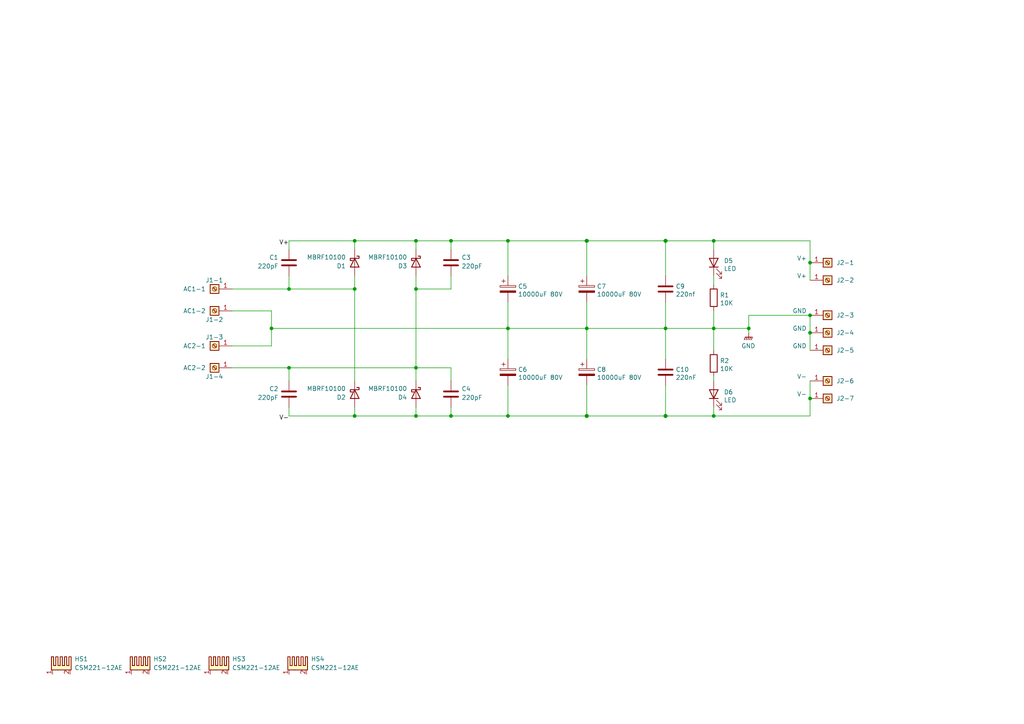
<source format=kicad_sch>
(kicad_sch (version 20231120) (generator "eeschema") (generator_version "8.0")
  (paper "A4")
  (title_block (title "Q17 mono Power Supply Universal") (date "2024-08-08") (rev "1.0.1") (company "by stef"))
  (lib_symbols
    (symbol "Connector:Screw_Terminal_01x01" (pin_names (offset 1.016) hide)
      (property "Reference" "J" (at 0 2.54 0))
      (property "Value" "Screw_Terminal_01x01" (at 0 -2.54 0))
      (symbol "Screw_Terminal_01x01_1_1"
        (rectangle (start -1.27 1.27) (end 1.27 -1.27) (stroke (width 0.254)) (fill (type background)))
        (polyline (pts (xy -0.5334 0.3302) (xy 0.3302 -0.508)) (stroke (width 0.1524)))
        (polyline (pts (xy -0.3556 0.508) (xy 0.508 -0.3302)) (stroke (width 0.1524)))
        (circle (center 0 0) (radius 0.635) (stroke (width 0.1524)))
        (pin passive line (at -5.08 0 0) (length 3.81) (name "Pin_1") (number "1"))
      )
    )
    (symbol "Device:C" (pin_numbers hide) (pin_names (offset 0.254))
      (property "Reference" "C" (at 0.635 2.54 0))
      (property "Value" "C" (at 0.635 -2.54 0))
      (symbol "C_0_1"
        (polyline (pts (xy -2.032 -0.762) (xy 2.032 -0.762)) (stroke (width 0.508)))
        (polyline (pts (xy -2.032 0.762) (xy 2.032 0.762)) (stroke (width 0.508)))
      )
      (symbol "C_1_1"
        (pin passive line (at 0 3.81 270) (length 2.794) (name "~") (number "1"))
        (pin passive line (at 0 -3.81 90) (length 2.794) (name "~") (number "2"))
      )
    )
    (symbol "Device:C_Polarized" (pin_numbers hide) (pin_names (offset 0.254))
      (property "Reference" "C" (at 0.635 2.54 0))
      (property "Value" "C_Polarized" (at 0.635 -2.54 0))
      (symbol "C_Polarized_0_1"
        (rectangle (start -2.286 0.508) (end 2.286 1.016))
        (polyline (pts (xy -1.778 2.286) (xy -0.762 2.286)))
        (polyline (pts (xy -1.27 2.794) (xy -1.27 1.778)))
        (rectangle (start 2.286 -0.508) (end -2.286 -1.016) (fill (type outline)))
      )
      (symbol "C_Polarized_1_1"
        (pin passive line (at 0 3.81 270) (length 2.794) (name "~") (number "1"))
        (pin passive line (at 0 -3.81 90) (length 2.794) (name "~") (number "2"))
      )
    )
    (symbol "Device:LED" (pin_numbers hide) (pin_names (offset 1.016) hide)
      (property "Reference" "D" (at 0 2.54 0))
      (property "Value" "LED" (at 0 -2.54 0))
      (symbol "LED_0_1"
        (polyline (pts (xy -1.27 -1.27) (xy -1.27 1.27)) (stroke (width 0.254)))
        (polyline (pts (xy -1.27 0) (xy 1.27 0)))
        (polyline (pts (xy 1.27 -1.27) (xy 1.27 1.27) (xy -1.27 0) (xy 1.27 -1.27)) (stroke (width 0.254)))
        (polyline (pts (xy -3.048 -0.762) (xy -4.572 -2.286) (xy -3.81 -2.286) (xy -4.572 -2.286) (xy -4.572 -1.524)))
        (polyline (pts (xy -1.778 -0.762) (xy -3.302 -2.286) (xy -2.54 -2.286) (xy -3.302 -2.286) (xy -3.302 -1.524)))
      )
      (symbol "LED_1_1"
        (pin passive line (at -3.81 0 0) (length 2.54) (name "K") (number "1"))
        (pin passive line (at 3.81 0 180) (length 2.54) (name "A") (number "2"))
      )
    )
    (symbol "Device:R" (pin_numbers hide) (pin_names (offset 0))
      (property "Reference" "R" (at 2.032 0 90))
      (property "Value" "R" (at 0 0 90))
      (symbol "R_0_1"
        (rectangle (start -1.016 -2.54) (end 1.016 2.54) (stroke (width 0.254)))
      )
      (symbol "R_1_1"
        (pin passive line (at 0 3.81 270) (length 1.27) (name "~") (number "1"))
        (pin passive line (at 0 -3.81 90) (length 1.27) (name "~") (number "2"))
      )
    )
    (symbol "MBR735_1" (pin_numbers hide) (pin_names (offset 1.016) hide)
      (property "Reference" "D" (at 0 2.54 0))
      (property "Value" "MBR735" (at 0 -2.54 0))
      (symbol "MBR735_1_0_1"
        (polyline (pts (xy 1.27 0) (xy -1.27 0)))
        (polyline (pts (xy 1.27 1.27) (xy 1.27 -1.27) (xy -1.27 0) (xy 1.27 1.27)) (stroke (width 0.254)))
        (polyline (pts (xy -1.905 0.635) (xy -1.905 1.27) (xy -1.27 1.27) (xy -1.27 -1.27) (xy -0.635 -1.27) (xy -0.635 -0.635)) (stroke (width 0.254)))
      )
      (symbol "MBR735_1_1_1"
        (pin passive line (at -3.81 0 0) (length 2.54) (name "K") (number "1"))
        (pin passive line (at 3.81 0 180) (length 2.54) (name "A") (number "2"))
      )
    )
    (symbol "MBR735_2" (pin_numbers hide) (pin_names (offset 1.016) hide)
      (property "Reference" "D" (at 0 2.54 0))
      (property "Value" "MBR735" (at 0 -2.54 0))
      (symbol "MBR735_2_0_1"
        (polyline (pts (xy 1.27 0) (xy -1.27 0)))
        (polyline (pts (xy 1.27 1.27) (xy 1.27 -1.27) (xy -1.27 0) (xy 1.27 1.27)) (stroke (width 0.254)))
        (polyline (pts (xy -1.905 0.635) (xy -1.905 1.27) (xy -1.27 1.27) (xy -1.27 -1.27) (xy -0.635 -1.27) (xy -0.635 -0.635)) (stroke (width 0.254)))
      )
      (symbol "MBR735_2_1_1"
        (pin passive line (at -3.81 0 0) (length 2.54) (name "K") (number "1"))
        (pin passive line (at 3.81 0 180) (length 2.54) (name "A") (number "2"))
      )
    )
    (symbol "Mechanical:Heatsink_Pad_2Pin" (pin_names (offset 0)) (exclude_from_sim yes)
      (property "Reference" "HS" (at 0 5.715 0))
      (property "Value" "Heatsink_Pad_2Pin" (at 0 3.81 0))
      (symbol "Heatsink_Pad_2Pin_0_1"
        (polyline (pts (xy -0.3302 0) (xy -0.9652 0) (xy -0.9652 2.54) (xy -1.6002 2.54) (xy -1.6002 0) (xy -2.2352 0) (xy -2.2352 2.54) (xy -2.8702 2.54) (xy -2.8702 -1.27) (xy -0.9652 -1.27)) (stroke (width 0.254)) (fill (type background)))
        (polyline (pts (xy -0.3302 0) (xy -0.3302 2.54) (xy 0.3048 2.54) (xy 0.3048 0) (xy 0.9398 0) (xy 0.9398 2.54) (xy 1.5748 2.54) (xy 1.5748 0) (xy 2.2098 0) (xy 2.2098 2.54) (xy 2.8448 2.54) (xy 2.8448 -1.27) (xy -0.9652 -1.27)) (stroke (width 0.254)) (fill (type background)))
      )
      (symbol "Heatsink_Pad_2Pin_1_1"
        (pin passive line (at -2.54 -2.54 90) (length 1.27) (name "~") (number "1"))
        (pin passive line (at 2.54 -2.54 90) (length 1.27) (name "~") (number "2"))
      )
    )
    (symbol "power:GNDPWR" (power) (pin_names (offset 0))
      (property "Value" "GNDPWR" (at 0 -3.302 0))
      (symbol "GNDPWR_0_1"
        (polyline (pts (xy 0 -1.27) (xy 0 0)))
        (polyline (pts (xy -1.016 -1.27) (xy -1.27 -2.032) (xy -1.27 -2.032)) (stroke (width 0.2032)))
        (polyline (pts (xy -0.508 -1.27) (xy -0.762 -2.032) (xy -0.762 -2.032)) (stroke (width 0.2032)))
        (polyline (pts (xy 0 -1.27) (xy -0.254 -2.032) (xy -0.254 -2.032)) (stroke (width 0.2032)))
        (polyline (pts (xy 0.508 -1.27) (xy 0.254 -2.032) (xy 0.254 -2.032)) (stroke (width 0.2032)))
        (polyline (pts (xy 1.016 -1.27) (xy -1.016 -1.27) (xy -1.016 -1.27)) (stroke (width 0.2032)))
        (polyline (pts (xy 1.016 -1.27) (xy 0.762 -2.032) (xy 0.762 -2.032) (xy 0.762 -2.032)) (stroke (width 0.2032)))
      )
      (symbol "GNDPWR_1_1"
        (pin power_in line (at 0 0 270) (length 0) hide (name "GNDPWR") (number "1"))
      )
    )
  )
  (junction (at 193.04 95.25))
  (junction (at 147.32 95.25))
  (junction (at 234.95 96.52))
  (junction (at 120.65 83.82))
  (junction (at 78.74 95.25))
  (junction (at 147.32 120.65))
  (junction (at 207.01 69.85))
  (junction (at 193.04 120.65) (diameter 1.016))
  (junction (at 102.87 83.82))
  (junction (at 83.82 83.82))
  (junction (at 120.65 69.85))
  (junction (at 234.95 91.44))
  (junction (at 207.01 95.25))
  (junction (at 170.18 120.65) (diameter 1.016))
  (junction (at 120.65 120.65))
  (junction (at 217.17 95.25))
  (junction (at 170.18 69.85) (diameter 1.016))
  (junction (at 193.04 69.85) (diameter 1.016))
  (junction (at 83.82 106.68))
  (junction (at 170.18 95.25))
  (junction (at 120.65 106.68))
  (junction (at 102.87 69.85))
  (junction (at 102.87 120.65))
  (junction (at 130.81 120.65))
  (junction (at 147.32 69.85))
  (junction (at 234.95 76.2))
  (junction (at 234.95 115.57))
  (junction (at 207.01 120.65))
  (junction (at 130.81 69.85))
  (wire (pts (xy 102.87 83.82) (xy 102.87 110.49)))
  (wire (pts (xy 120.65 120.65) (xy 130.81 120.65)))
  (wire (pts (xy 217.17 91.44) (xy 234.95 91.44)))
  (wire (pts (xy 83.82 83.82) (xy 102.87 83.82)))
  (wire (pts (xy 130.81 69.85) (xy 147.32 69.85)))
  (wire (pts (xy 147.32 95.25) (xy 147.32 104.14)))
  (wire (pts (xy 83.82 72.39) (xy 83.82 69.85)))
  (wire (pts (xy 147.32 87.63) (xy 147.32 95.25)))
  (wire (pts (xy 120.65 69.85) (xy 120.65 72.39)))
  (wire (pts (xy 234.95 76.2) (xy 234.95 81.28)))
  (wire (pts (xy 193.04 69.85) (xy 193.04 80.01)))
  (wire (pts (xy 130.81 83.82) (xy 120.65 83.82)))
  (wire (pts (xy 67.31 106.68) (xy 83.82 106.68)))
  (wire (pts (xy 170.18 95.25) (xy 170.18 104.14)))
  (wire (pts (xy 130.81 80.01) (xy 130.81 83.82)))
  (wire (pts (xy 234.95 115.57) (xy 234.95 120.65)))
  (wire (pts (xy 120.65 83.82) (xy 120.65 106.68)))
  (wire (pts (xy 102.87 69.85) (xy 102.87 72.39)))
  (wire (pts (xy 78.74 90.17) (xy 78.74 95.25)))
  (wire (pts (xy 130.81 106.68) (xy 120.65 106.68)))
  (wire (pts (xy 234.95 120.65) (xy 207.01 120.65)))
  (wire (pts (xy 78.74 90.17) (xy 67.31 90.17)))
  (wire (pts (xy 102.87 69.85) (xy 120.65 69.85)))
  (wire (pts (xy 83.82 118.11) (xy 83.82 120.65)))
  (wire (pts (xy 207.01 109.22) (xy 207.01 110.49)))
  (wire (pts (xy 234.95 110.49) (xy 234.95 115.57)))
  (wire (pts (xy 207.01 80.01) (xy 207.01 82.55)))
  (wire (pts (xy 78.74 95.25) (xy 147.32 95.25)))
  (wire (pts (xy 170.18 87.63) (xy 170.18 95.25)))
  (wire (pts (xy 207.01 95.25) (xy 207.01 101.6)))
  (wire (pts (xy 83.82 80.01) (xy 83.82 83.82)))
  (wire (pts (xy 207.01 69.85) (xy 207.01 72.39)))
  (wire (pts (xy 193.04 95.25) (xy 193.04 104.14)))
  (wire (pts (xy 217.17 91.44) (xy 217.17 95.25)))
  (wire (pts (xy 130.81 110.49) (xy 130.81 106.68)))
  (wire (pts (xy 170.18 111.76) (xy 170.18 120.65)))
  (wire (pts (xy 78.74 100.33) (xy 67.31 100.33)))
  (wire (pts (xy 120.65 118.11) (xy 120.65 120.65)))
  (wire (pts (xy 207.01 95.25) (xy 217.17 95.25)))
  (wire (pts (xy 120.65 80.01) (xy 120.65 83.82)))
  (wire (pts (xy 234.95 91.44) (xy 234.95 96.52)))
  (wire (pts (xy 83.82 69.85) (xy 102.87 69.85)))
  (wire (pts (xy 78.74 95.25) (xy 78.74 100.33)))
  (wire (pts (xy 102.87 80.01) (xy 102.87 83.82)))
  (wire (pts (xy 83.82 106.68) (xy 83.82 110.49)))
  (wire (pts (xy 83.82 106.68) (xy 120.65 106.68)))
  (wire (pts (xy 102.87 118.11) (xy 102.87 120.65)))
  (wire (pts (xy 147.32 69.85) (xy 170.18 69.85)))
  (wire (pts (xy 170.18 69.85) (xy 193.04 69.85)))
  (wire (pts (xy 83.82 83.82) (xy 67.31 83.82)))
  (wire (pts (xy 207.01 90.17) (xy 207.01 95.25)))
  (wire (pts (xy 130.81 118.11) (xy 130.81 120.65)))
  (wire (pts (xy 102.87 120.65) (xy 120.65 120.65)))
  (wire (pts (xy 83.82 120.65) (xy 102.87 120.65)))
  (wire (pts (xy 234.95 96.52) (xy 234.95 101.6)))
  (wire (pts (xy 120.65 69.85) (xy 130.81 69.85)))
  (wire (pts (xy 217.17 95.25) (xy 217.17 96.52)))
  (wire (pts (xy 147.32 69.85) (xy 147.32 80.01)))
  (wire (pts (xy 193.04 87.63) (xy 193.04 95.25)))
  (wire (pts (xy 207.01 69.85) (xy 234.95 69.85)))
  (wire (pts (xy 193.04 111.76) (xy 193.04 120.65)))
  (wire (pts (xy 130.81 69.85) (xy 130.81 72.39)))
  (wire (pts (xy 147.32 111.76) (xy 147.32 120.65)))
  (wire (pts (xy 234.95 69.85) (xy 234.95 76.2)))
  (wire (pts (xy 130.81 120.65) (xy 147.32 120.65)))
  (wire (pts (xy 193.04 69.85) (xy 207.01 69.85)))
  (wire (pts (xy 147.32 95.25) (xy 170.18 95.25)))
  (wire (pts (xy 170.18 95.25) (xy 193.04 95.25)))
  (wire (pts (xy 193.04 95.25) (xy 207.01 95.25)))
  (wire (pts (xy 147.32 120.65) (xy 170.18 120.65)))
  (wire (pts (xy 170.18 120.65) (xy 193.04 120.65)))
  (wire (pts (xy 193.04 120.65) (xy 207.01 120.65)))
  (wire (pts (xy 207.01 120.65) (xy 207.01 118.11)))
  (wire (pts (xy 170.18 69.85) (xy 170.18 80.01)))
  (wire (pts (xy 120.65 106.68) (xy 120.65 110.49)))
  (label "V-" (at 83.82 120.65 180))
  (label "V+" (at 83.82 69.85 180))
  (symbol (lib_name "MBR735_2") (lib_id "Diode:MBR735") (at 102.87 114.3 270) (unit 1)
    (property "Reference" "D2" (at 100.33 115.2526 90) (effects (justify right)))
    (property "Value" "MBRF10100" (at 100.33 112.7126 90) (effects (justify right)))
    (property "Footprint" "Package_TO_SOT_THT:TO-220-2_Vertical" (effects (hide yes)))
    (property "Datasheet" "https://www.vishay.com/doc?89320" (effects (hide yes)))
    (property "Description" "Schottky Diode 100V 10A" (effects (hide yes)))
    (property "Part#" "MBRF10100-M3/4W" (effects (hide yes)))
    (property "Mouser" "78-MBRF10100-M34W" (effects (hide yes)))
  )
  (symbol (lib_id "Connector:Screw_Terminal_01x01") (at 62.23 106.68 180) (unit 1)
    (property "Reference" "J1-4" (at 64.77 109.22 0) (effects (justify left)))
    (property "Value" "AC2-2" (at 59.69 106.68 0) (effects (justify left)))
    (property "Footprint" "Q17_Library:Faston_Connector_63849-1_TEC" (effects (hide yes)))
    (property "Datasheet" "https://www.te.com/commerce/DocumentDelivery/DDEController?Action=srchrtrv&DocNm=63824&DocType=Customer+Drawing&DocLang=English&PartCntxt=63824-1&DocFormat=pdf" (effects (hide yes)))
    (property "Part#" "TE Connectivity 63849-1" (effects (hide yes)))
    (property "Mouser" "571-638241" (effects (hide yes)))
  )
  (symbol (lib_id "Device:C_Polarized") (at 147.32 107.95 0) (unit 1)
    (property "Reference" "C6" (at 150.2411 107.1891 0) (effects (justify left)))
    (property "Value" "10000uF 80V" (at 150.2411 109.4878 0) (effects (justify left)))
    (property "Footprint" "Capacitor_THT:CP_Radial_D35.0mm_P10.00mm_SnapIn" (effects (hide yes)))
    (property "Datasheet" "https://www.cde.com/resources/catalogs/380-382.pdf" (effects (hide yes)))
    (property "Part#" "380LX103M080A052" (effects (hide yes)))
    (property "Mouser" "598-380LX103M080A052" (effects (hide yes)))
  )
  (symbol (lib_id "Device:C_Polarized") (at 147.32 83.82 0) (unit 1)
    (property "Reference" "C5" (at 150.2411 83.0591 0) (effects (justify left)))
    (property "Value" "10000uF 80V" (at 150.2411 85.3578 0) (effects (justify left)))
    (property "Footprint" "Capacitor_THT:CP_Radial_D35.0mm_P10.00mm_SnapIn" (effects (hide yes)))
    (property "Datasheet" "https://www.cde.com/resources/catalogs/380-382.pdf" (effects (hide yes)))
    (property "Part#" "380LX103M080A052" (effects (hide yes)))
    (property "Mouser" "598-380LX103M080A052" (effects (hide yes)))
  )
  (symbol (lib_id "Device:C") (at 130.81 76.2 0) (unit 1)
    (property "Reference" "C3" (at 133.858 74.676 0) (effects (justify left)))
    (property "Value" "220pF" (at 133.858 77.216 0) (effects (justify left)))
    (property "Footprint" "Capacitor_THT:C_Disc_D6.0mm_W4.4mm_P5.00mm" (effects (hide yes)))
    (property "Datasheet" "https://product.tdk.com/system/files/dam/doc/product/capacitor/ceramic/lead-mlcc/catalog/leadmlcc_halogenfree_fg_en.pdf?ref_disty=mouser" (effects (hide yes)))
    (property "Description" "Multilayer Ceramic Capacitors MLCC" (effects (hide yes)))
    (property "Part#" "FG28C0G2A221JNT06" (effects (hide yes)))
    (property "Mouser" "810-FG28C0G2A221JNT6" (effects (hide yes)))
  )
  (symbol (lib_id "Connector:Screw_Terminal_01x01") (at 240.03 91.44 0) (unit 1)
    (property "Reference" "J2-3" (at 242.57 91.44 0) (effects (justify left)))
    (property "Value" "GND" (at 229.87 90.17 0) (effects (justify left)))
    (property "Footprint" "Q17_Library:Faston_Connector_63849-1_TEC" (effects (hide yes)))
    (property "Datasheet" "https://www.te.com/commerce/DocumentDelivery/DDEController?Action=srchrtrv&DocNm=63824&DocType=Customer+Drawing&DocLang=English&PartCntxt=63824-1&DocFormat=pdf" (effects (hide yes)))
    (property "Part#" "TE Connectivity 63849-1" (effects (hide yes)))
    (property "Mouser" "571-638241" (effects (hide yes)))
  )
  (symbol (lib_id "Connector:Screw_Terminal_01x01") (at 240.03 81.28 0) (unit 1)
    (property "Reference" "J2-2" (at 242.57 81.28 0) (effects (justify left)))
    (property "Value" "V+" (at 231.14 80.01 0) (effects (justify left)))
    (property "Footprint" "Q17_Library:Faston_Connector_63849-1_TEC" (effects (hide yes)))
    (property "Datasheet" "https://www.te.com/commerce/DocumentDelivery/DDEController?Action=srchrtrv&DocNm=63824&DocType=Customer+Drawing&DocLang=English&PartCntxt=63824-1&DocFormat=pdf" (effects (hide yes)))
    (property "Part#" "TE Connectivity 63849-1" (effects (hide yes)))
    (property "Mouser" "571-638241" (effects (hide yes)))
  )
  (symbol (lib_id "Mechanical:Heatsink_Pad_2Pin") (at 40.64 193.04 0) (unit 1) (exclude_from_sim yes)
    (property "Reference" "HS2" (at 44.45 191.1349 0) (effects (justify left)))
    (property "Value" "CSM221-12AE" (at 44.45 193.6749 0) (effects (justify left)))
    (property "Footprint" "USER_LIB:CSM22112AE" (effects (hide yes)))
    (property "Datasheet" "https://www.mouser.fr/datasheet/2/303/sink_csm-3082596.pdf" (effects (hide yes)))
    (property "Description" "Board Mount Heat Sink For TO-220 Devices" (effects (hide yes)))
    (property "Part#" "CSM221-12AE" (effects (hide yes)))
    (property "Mouser" "588-CSM221-12AE" (effects (hide yes)))
  )
  (symbol (lib_id "Device:R") (at 207.01 105.41 0) (unit 1)
    (property "Reference" "R2" (at 208.7881 104.6491 0) (effects (justify left)))
    (property "Value" "10K" (at 208.7881 106.9478 0) (effects (justify left)))
    (property "Footprint" "Resistor_THT:R_Axial_DIN0207_L6.3mm_D2.5mm_P10.16mm_Horizontal" (effects (hide yes)))
    (property "Datasheet" "https://www.vishay.com/doc?28729" (effects (hide yes)))
    (property "Part#" "PR01000101002JR500" (effects (hide yes)))
    (property "Mouser" "594-5073NW10K00J" (effects (hide yes)))
  )
  (symbol (lib_id "Connector:Screw_Terminal_01x01") (at 240.03 101.6 0) (unit 1)
    (property "Reference" "J2-5" (at 242.57 101.6 0) (effects (justify left)))
    (property "Value" "GND" (at 229.87 100.33 0) (effects (justify left)))
    (property "Footprint" "Q17_Library:Faston_Connector_63849-1_TEC" (effects (hide yes)))
    (property "Datasheet" "https://www.te.com/commerce/DocumentDelivery/DDEController?Action=srchrtrv&DocNm=63824&DocType=Customer+Drawing&DocLang=English&PartCntxt=63824-1&DocFormat=pdf" (effects (hide yes)))
    (property "Part#" "TE Connectivity 63849-1" (effects (hide yes)))
    (property "Mouser" "571-638241" (effects (hide yes)))
  )
  (symbol (lib_id "Mechanical:Heatsink_Pad_2Pin") (at 63.5 193.04 0) (unit 1) (exclude_from_sim yes)
    (property "Reference" "HS3" (at 67.31 191.1349 0) (effects (justify left)))
    (property "Value" "CSM221-12AE" (at 67.31 193.6749 0) (effects (justify left)))
    (property "Footprint" "USER_LIB:CSM22112AE" (effects (hide yes)))
    (property "Datasheet" "https://www.mouser.fr/datasheet/2/303/sink_csm-3082596.pdf" (effects (hide yes)))
    (property "Description" "Board Mount Heat Sink For TO-220 Devices" (effects (hide yes)))
    (property "Part#" "CSM221-12AE" (effects (hide yes)))
    (property "Mouser" "588-CSM221-12AE" (effects (hide yes)))
  )
  (symbol (lib_id "Connector:Screw_Terminal_01x01") (at 240.03 110.49 0) (unit 1)
    (property "Reference" "J2-6" (at 242.57 110.49 0) (effects (justify left)))
    (property "Value" "V-" (at 231.14 109.22 0) (effects (justify left)))
    (property "Footprint" "Q17_Library:Faston_Connector_63849-1_TEC" (effects (hide yes)))
    (property "Datasheet" "https://www.te.com/commerce/DocumentDelivery/DDEController?Action=srchrtrv&DocNm=63824&DocType=Customer+Drawing&DocLang=English&PartCntxt=63824-1&DocFormat=pdf" (effects (hide yes)))
    (property "Part#" "TE Connectivity 63849-1" (effects (hide yes)))
    (property "Mouser" "571-638241" (effects (hide yes)))
  )
  (symbol (lib_id "Device:C") (at 83.82 76.2 0) (mirror y) (unit 1)
    (property "Reference" "C1" (at 80.772 74.676 0) (effects (justify left)))
    (property "Value" "220pF" (at 80.772 77.216 0) (effects (justify left)))
    (property "Footprint" "Capacitor_THT:C_Disc_D6.0mm_W4.4mm_P5.00mm" (effects (hide yes)))
    (property "Datasheet" "https://product.tdk.com/system/files/dam/doc/product/capacitor/ceramic/lead-mlcc/catalog/leadmlcc_halogenfree_fg_en.pdf?ref_disty=mouser" (effects (hide yes)))
    (property "Description" "Multilayer Ceramic Capacitors MLCC" (effects (hide yes)))
    (property "Part#" "FG28C0G2A221JNT06" (effects (hide yes)))
    (property "Mouser" "810-FG28C0G2A221JNT6" (effects (hide yes)))
  )
  (symbol (lib_id "Device:LED") (at 207.01 114.3 90) (unit 1)
    (property "Reference" "D6" (at 209.9311 113.7296 90) (effects (justify right)))
    (property "Value" "LED" (at 209.9311 116.0283 90) (effects (justify right)))
    (property "Footprint" "LED_THT:LED_D5.0mm" (effects (hide yes)))
    (property "Datasheet" "https://www.vishay.com/doc?83012" (effects (hide yes)))
    (property "Part#" "TLHR5400" (effects (hide yes)))
    (property "Mouser" "78-TLHR5400" (effects (hide yes)))
  )
  (symbol (lib_name "MBR735_2") (lib_id "Diode:MBR735") (at 120.65 114.3 270) (unit 1)
    (property "Reference" "D4" (at 118.11 115.2526 90) (effects (justify right)))
    (property "Value" "MBRF10100" (at 118.11 112.7126 90) (effects (justify right)))
    (property "Footprint" "Package_TO_SOT_THT:TO-220-2_Vertical" (effects (hide yes)))
    (property "Datasheet" "https://www.vishay.com/doc?89320" (effects (hide yes)))
    (property "Description" "Schottky Diode 100V 10A" (effects (hide yes)))
    (property "Part#" "MBRF10100-M3/4W" (effects (hide yes)))
    (property "Mouser" "78-MBRF10100-M34W" (effects (hide yes)))
  )
  (symbol (lib_id "Device:C") (at 83.82 114.3 0) (mirror y) (unit 1)
    (property "Reference" "C2" (at 80.772 112.776 0) (effects (justify left)))
    (property "Value" "220pF" (at 80.772 115.316 0) (effects (justify left)))
    (property "Footprint" "Capacitor_THT:C_Disc_D6.0mm_W4.4mm_P5.00mm" (effects (hide yes)))
    (property "Datasheet" "https://product.tdk.com/system/files/dam/doc/product/capacitor/ceramic/lead-mlcc/catalog/leadmlcc_halogenfree_fg_en.pdf?ref_disty=mouser" (effects (hide yes)))
    (property "Description" "Multilayer Ceramic Capacitors MLCC" (effects (hide yes)))
    (property "Part#" "FG28C0G2A221JNT06" (effects (hide yes)))
    (property "Mouser" "810-FG28C0G2A221JNT6" (effects (hide yes)))
  )
  (symbol (lib_id "Connector:Screw_Terminal_01x01") (at 62.23 100.33 180) (unit 1)
    (property "Reference" "J1-3" (at 64.77 97.79 0) (effects (justify left)))
    (property "Value" "AC2-1" (at 59.69 100.33 0) (effects (justify left)))
    (property "Footprint" "Q17_Library:Faston_Connector_63849-1_TEC" (effects (hide yes)))
    (property "Datasheet" "https://www.te.com/commerce/DocumentDelivery/DDEController?Action=srchrtrv&DocNm=63824&DocType=Customer+Drawing&DocLang=English&PartCntxt=63824-1&DocFormat=pdf" (effects (hide yes)))
    (property "Part#" "TE Connectivity 63849-1" (effects (hide yes)))
    (property "Mouser" "571-638241" (effects (hide yes)))
  )
  (symbol (lib_id "Connector:Screw_Terminal_01x01") (at 240.03 115.57 0) (unit 1)
    (property "Reference" "J2-7" (at 242.57 115.57 0) (effects (justify left)))
    (property "Value" "V-" (at 231.14 114.3 0) (effects (justify left)))
    (property "Footprint" "Q17_Library:Faston_Connector_63849-1_TEC" (effects (hide yes)))
    (property "Datasheet" "https://www.te.com/commerce/DocumentDelivery/DDEController?Action=srchrtrv&DocNm=63824&DocType=Customer+Drawing&DocLang=English&PartCntxt=63824-1&DocFormat=pdf" (effects (hide yes)))
    (property "Part#" "TE Connectivity 63849-1" (effects (hide yes)))
    (property "Mouser" "571-638241" (effects (hide yes)))
  )
  (symbol (lib_name "MBR735_1") (lib_id "Diode:MBR735") (at 120.65 76.2 270) (unit 1)
    (property "Reference" "D3" (at 118.11 77.1526 90) (effects (justify right)))
    (property "Value" "MBRF10100" (at 118.11 74.6126 90) (effects (justify right)))
    (property "Footprint" "Package_TO_SOT_THT:TO-220-2_Vertical" (effects (hide yes)))
    (property "Datasheet" "https://www.vishay.com/doc?89320" (effects (hide yes)))
    (property "Description" "Schottky Diode 100V 10A" (effects (hide yes)))
    (property "Part#" "MBRF10100-M3/4W" (effects (hide yes)))
    (property "Mouser" "78-MBRF10100-M34W" (effects (hide yes)))
  )
  (symbol (lib_name "MBR735_2") (lib_id "Diode:MBR735") (at 102.87 76.2 270) (unit 1)
    (property "Reference" "D1" (at 100.33 77.1526 90) (effects (justify right)))
    (property "Value" "MBRF10100" (at 100.33 74.6126 90) (effects (justify right)))
    (property "Footprint" "Package_TO_SOT_THT:TO-220-2_Vertical" (effects (hide yes)))
    (property "Datasheet" "https://www.vishay.com/doc?89320" (effects (hide yes)))
    (property "Description" "Schottky Diode 100V 10A" (effects (hide yes)))
    (property "Part#" "MBRF10100-M3/4W" (effects (hide yes)))
    (property "Mouser" "78-MBRF10100-M34W" (effects (hide yes)))
  )
  (symbol (lib_id "Mechanical:Heatsink_Pad_2Pin") (at 17.78 193.04 0) (unit 1) (exclude_from_sim yes)
    (property "Reference" "HS1" (at 21.59 191.1349 0) (effects (justify left)))
    (property "Value" "CSM221-12AE" (at 21.59 193.6749 0) (effects (justify left)))
    (property "Footprint" "USER_LIB:CSM22112AE" (effects (hide yes)))
    (property "Datasheet" "https://www.mouser.fr/datasheet/2/303/sink_csm-3082596.pdf" (effects (hide yes)))
    (property "Description" "Board Mount Heat Sink For TO-220 Devices" (effects (hide yes)))
    (property "Part#" "CSM221-12AE" (effects (hide yes)))
    (property "Mouser" "588-CSM221-12AE" (effects (hide yes)))
  )
  (symbol (lib_id "power:GNDPWR") (at 217.17 96.52 0) (unit 1)
    (property "Reference" "#GND0101" (effects (hide yes)))
    (property "Value" "GND" (at 217.043 100.33 0))
  )
  (symbol (lib_id "Device:C") (at 193.04 107.95 0) (unit 1)
    (property "Reference" "C10" (at 195.9611 107.1891 0) (effects (justify left)))
    (property "Value" "220nF" (at 195.9611 109.4878 0) (effects (justify left)))
    (property "Footprint" "Q17_Library:C_Rect_Q17_PSU_L26.50_H11.00_P20.50" (effects (hide yes)))
    (property "Datasheet" "https://www.mouser.fr/datasheet/2/88/MPX-2944692.pdf" (effects (hide yes)))
    (property "Part#" "MPX224K305E" (effects (hide yes)))
    (property "Mouser" "598-MPX224K305E" (effects (hide yes)))
  )
  (symbol (lib_id "Device:C") (at 193.04 83.82 0) (unit 1)
    (property "Reference" "C9" (at 195.9611 83.0591 0) (effects (justify left)))
    (property "Value" "220nf" (at 195.9611 85.3578 0) (effects (justify left)))
    (property "Footprint" "Q17_Library:C_Rect_Q17_PSU_L26.50_H11.00_P20.50" (effects (hide yes)))
    (property "Datasheet" "https://www.mouser.fr/datasheet/2/88/MPX-2944692.pdf" (effects (hide yes)))
    (property "Part#" "MPX224K305E" (effects (hide yes)))
    (property "Mouser" "598-MPX224K305E" (effects (hide yes)))
  )
  (symbol (lib_id "Connector:Screw_Terminal_01x01") (at 240.03 76.2 0) (unit 1)
    (property "Reference" "J2-1" (at 242.57 76.2 0) (effects (justify left)))
    (property "Value" "V+" (at 231.14 74.93 0) (effects (justify left)))
    (property "Footprint" "Q17_Library:Faston_Connector_63849-1_TEC" (effects (hide yes)))
    (property "Datasheet" "https://www.te.com/commerce/DocumentDelivery/DDEController?Action=srchrtrv&DocNm=63824&DocType=Customer+Drawing&DocLang=English&PartCntxt=63824-1&DocFormat=pdf" (effects (hide yes)))
    (property "Part#" "TE Connectivity 63849-1" (effects (hide yes)))
    (property "Mouser" "571-638241" (effects (hide yes)))
  )
  (symbol (lib_id "Connector:Screw_Terminal_01x01") (at 62.23 83.82 180) (unit 1)
    (property "Reference" "J1-1" (at 64.77 81.28 0) (effects (justify left)))
    (property "Value" "AC1-1" (at 59.69 83.82 0) (effects (justify left)))
    (property "Footprint" "Q17_Library:Faston_Connector_63849-1_TEC" (effects (hide yes)))
    (property "Datasheet" "https://www.te.com/commerce/DocumentDelivery/DDEController?Action=srchrtrv&DocNm=63824&DocType=Customer+Drawing&DocLang=English&PartCntxt=63824-1&DocFormat=pdf" (effects (hide yes)))
    (property "Part#" "TE Connectivity 63849-1" (effects (hide yes)))
    (property "Mouser" "571-638241" (effects (hide yes)))
  )
  (symbol (lib_id "Mechanical:Heatsink_Pad_2Pin") (at 86.36 193.04 0) (unit 1) (exclude_from_sim yes)
    (property "Reference" "HS4" (at 90.17 191.1349 0) (effects (justify left)))
    (property "Value" "CSM221-12AE" (at 90.17 193.6749 0) (effects (justify left)))
    (property "Footprint" "USER_LIB:CSM22112AE" (effects (hide yes)))
    (property "Datasheet" "https://www.mouser.fr/datasheet/2/303/sink_csm-3082596.pdf" (effects (hide yes)))
    (property "Description" "Board Mount Heat Sink For TO-220 Devices" (effects (hide yes)))
    (property "Part#" "CSM221-12AE" (effects (hide yes)))
    (property "Mouser" "588-CSM221-12AE" (effects (hide yes)))
  )
  (symbol (lib_id "Device:R") (at 207.01 86.36 0) (unit 1)
    (property "Reference" "R1" (at 208.7881 85.5991 0) (effects (justify left)))
    (property "Value" "10K" (at 208.7881 87.8978 0) (effects (justify left)))
    (property "Footprint" "Resistor_THT:R_Axial_DIN0207_L6.3mm_D2.5mm_P10.16mm_Horizontal" (effects (hide yes)))
    (property "Datasheet" "https://www.vishay.com/doc?28729" (effects (hide yes)))
    (property "Part#" "PR01000101002JR500" (effects (hide yes)))
    (property "Mouser" "594-5073NW10K00J" (effects (hide yes)))
  )
  (symbol (lib_id "Device:C") (at 130.81 114.3 0) (unit 1)
    (property "Reference" "C4" (at 133.858 112.776 0) (effects (justify left)))
    (property "Value" "220pF" (at 133.858 115.316 0) (effects (justify left)))
    (property "Footprint" "Capacitor_THT:C_Disc_D6.0mm_W4.4mm_P5.00mm" (effects (hide yes)))
    (property "Datasheet" "https://product.tdk.com/system/files/dam/doc/product/capacitor/ceramic/lead-mlcc/catalog/leadmlcc_halogenfree_fg_en.pdf?ref_disty=mouser" (effects (hide yes)))
    (property "Description" "Multilayer Ceramic Capacitors MLCC" (effects (hide yes)))
    (property "Part#" "FG28C0G2A221JNT06" (effects (hide yes)))
    (property "Mouser" "810-FG28C0G2A221JNT6" (effects (hide yes)))
  )
  (symbol (lib_id "Device:LED") (at 207.01 76.2 90) (unit 1)
    (property "Reference" "D5" (at 209.9311 75.6296 90) (effects (justify right)))
    (property "Value" "LED" (at 209.9311 77.9283 90) (effects (justify right)))
    (property "Footprint" "LED_THT:LED_D5.0mm" (effects (hide yes)))
    (property "Datasheet" "https://www.vishay.com/doc?83012" (effects (hide yes)))
    (property "Part#" "TLHR5400" (effects (hide yes)))
    (property "Mouser" "78-TLHR5400" (effects (hide yes)))
  )
  (symbol (lib_id "Device:C_Polarized") (at 170.18 107.95 0) (unit 1)
    (property "Reference" "C8" (at 173.1011 107.1891 0) (effects (justify left)))
    (property "Value" "10000uF 80V" (at 173.1011 109.4878 0) (effects (justify left)))
    (property "Footprint" "Capacitor_THT:CP_Radial_D35.0mm_P10.00mm_SnapIn" (effects (hide yes)))
    (property "Datasheet" "https://www.cde.com/resources/catalogs/380-382.pdf" (effects (hide yes)))
    (property "Part#" "380LX103M080A052" (effects (hide yes)))
    (property "Mouser" "598-380LX103M080A052" (effects (hide yes)))
  )
  (symbol (lib_id "Connector:Screw_Terminal_01x01") (at 62.23 90.17 180) (unit 1)
    (property "Reference" "J1-2" (at 64.77 92.71 0) (effects (justify left)))
    (property "Value" "AC1-2" (at 59.69 90.17 0) (effects (justify left)))
    (property "Footprint" "Q17_Library:Faston_Connector_63849-1_TEC" (effects (hide yes)))
    (property "Datasheet" "https://www.te.com/commerce/DocumentDelivery/DDEController?Action=srchrtrv&DocNm=63824&DocType=Customer+Drawing&DocLang=English&PartCntxt=63824-1&DocFormat=pdf" (effects (hide yes)))
    (property "Part#" "TE Connectivity 63849-1" (effects (hide yes)))
    (property "Mouser" "571-638241" (effects (hide yes)))
  )
  (symbol (lib_id "Device:C_Polarized") (at 170.18 83.82 0) (unit 1)
    (property "Reference" "C7" (at 173.1011 83.0591 0) (effects (justify left)))
    (property "Value" "10000uF 80V" (at 173.1011 85.3578 0) (effects (justify left)))
    (property "Footprint" "Capacitor_THT:CP_Radial_D35.0mm_P10.00mm_SnapIn" (effects (hide yes)))
    (property "Datasheet" "https://www.cde.com/resources/catalogs/380-382.pdf" (effects (hide yes)))
    (property "Part#" "380LX103M080A052" (effects (hide yes)))
    (property "Mouser" "598-380LX103M080A052" (effects (hide yes)))
  )
  (symbol (lib_id "Connector:Screw_Terminal_01x01") (at 240.03 96.52 0) (unit 1)
    (property "Reference" "J2-4" (at 242.57 96.52 0) (effects (justify left)))
    (property "Value" "GND" (at 229.87 95.25 0) (effects (justify left)))
    (property "Footprint" "Q17_Library:Faston_Connector_63849-1_TEC" (effects (hide yes)))
    (property "Datasheet" "https://www.te.com/commerce/DocumentDelivery/DDEController?Action=srchrtrv&DocNm=63824&DocType=Customer+Drawing&DocLang=English&PartCntxt=63824-1&DocFormat=pdf" (effects (hide yes)))
    (property "Part#" "TE Connectivity 63849-1" (effects (hide yes)))
    (property "Mouser" "571-638241" (effects (hide yes)))
  )
)
</source>
